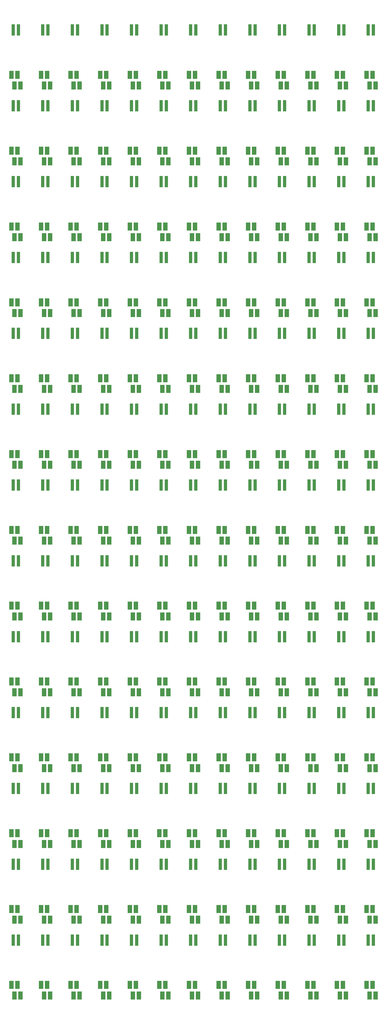
<source format=gts>
G04 #@! TF.FileFunction,Soldermask,Top*
%FSLAX46Y46*%
G04 Gerber Fmt 4.6, Leading zero omitted, Abs format (unit mm)*
G04 Created by KiCad (PCBNEW 4.0.2-4+6225~38~ubuntu14.04.1-stable) date Mon 16 May 2016 16:09:22 BST*
%MOMM*%
G01*
G04 APERTURE LIST*
%ADD10C,0.100000*%
%ADD11R,1.900000X3.400000*%
%ADD12R,1.400000X4.750000*%
G04 APERTURE END LIST*
D10*
D11*
X175000000Y-427750000D03*
X173730000Y-423250000D03*
X172460000Y-427750000D03*
X171190000Y-423250000D03*
D12*
X174100000Y-404325000D03*
X171900000Y-404325000D03*
D11*
X162500000Y-427750000D03*
X161230000Y-423250000D03*
X159960000Y-427750000D03*
X158690000Y-423250000D03*
D12*
X161600000Y-404325000D03*
X159400000Y-404325000D03*
D11*
X150000000Y-427750000D03*
X148730000Y-423250000D03*
X147460000Y-427750000D03*
X146190000Y-423250000D03*
D12*
X149100000Y-404325000D03*
X146900000Y-404325000D03*
D11*
X137500000Y-427750000D03*
X136230000Y-423250000D03*
X134960000Y-427750000D03*
X133690000Y-423250000D03*
D12*
X136600000Y-404325000D03*
X134400000Y-404325000D03*
D11*
X125000000Y-427750000D03*
X123730000Y-423250000D03*
X122460000Y-427750000D03*
X121190000Y-423250000D03*
D12*
X124100000Y-404325000D03*
X121900000Y-404325000D03*
D11*
X112500000Y-427750000D03*
X111230000Y-423250000D03*
X109960000Y-427750000D03*
X108690000Y-423250000D03*
D12*
X111600000Y-404325000D03*
X109400000Y-404325000D03*
D11*
X100000000Y-427750000D03*
X98730000Y-423250000D03*
X97460000Y-427750000D03*
X96190000Y-423250000D03*
D12*
X99100000Y-404325000D03*
X96900000Y-404325000D03*
D11*
X87500000Y-427750000D03*
X86230000Y-423250000D03*
X84960000Y-427750000D03*
X83690000Y-423250000D03*
D12*
X86600000Y-404325000D03*
X84400000Y-404325000D03*
D11*
X75000000Y-427750000D03*
X73730000Y-423250000D03*
X72460000Y-427750000D03*
X71190000Y-423250000D03*
D12*
X74100000Y-404325000D03*
X71900000Y-404325000D03*
D11*
X62500000Y-427750000D03*
X61230000Y-423250000D03*
X59960000Y-427750000D03*
X58690000Y-423250000D03*
D12*
X61600000Y-404325000D03*
X59400000Y-404325000D03*
D11*
X50000000Y-427750000D03*
X48730000Y-423250000D03*
X47460000Y-427750000D03*
X46190000Y-423250000D03*
D12*
X49100000Y-404325000D03*
X46900000Y-404325000D03*
D11*
X37500000Y-427750000D03*
X36230000Y-423250000D03*
X34960000Y-427750000D03*
X33690000Y-423250000D03*
D12*
X36600000Y-404325000D03*
X34400000Y-404325000D03*
D11*
X25000000Y-427750000D03*
X23730000Y-423250000D03*
X22460000Y-427750000D03*
X21190000Y-423250000D03*
D12*
X24100000Y-404325000D03*
X21900000Y-404325000D03*
D11*
X175000000Y-395750000D03*
X173730000Y-391250000D03*
X172460000Y-395750000D03*
X171190000Y-391250000D03*
D12*
X174100000Y-372325000D03*
X171900000Y-372325000D03*
D11*
X162500000Y-395750000D03*
X161230000Y-391250000D03*
X159960000Y-395750000D03*
X158690000Y-391250000D03*
D12*
X161600000Y-372325000D03*
X159400000Y-372325000D03*
D11*
X150000000Y-395750000D03*
X148730000Y-391250000D03*
X147460000Y-395750000D03*
X146190000Y-391250000D03*
D12*
X149100000Y-372325000D03*
X146900000Y-372325000D03*
D11*
X137500000Y-395750000D03*
X136230000Y-391250000D03*
X134960000Y-395750000D03*
X133690000Y-391250000D03*
D12*
X136600000Y-372325000D03*
X134400000Y-372325000D03*
D11*
X125000000Y-395750000D03*
X123730000Y-391250000D03*
X122460000Y-395750000D03*
X121190000Y-391250000D03*
D12*
X124100000Y-372325000D03*
X121900000Y-372325000D03*
D11*
X112500000Y-395750000D03*
X111230000Y-391250000D03*
X109960000Y-395750000D03*
X108690000Y-391250000D03*
D12*
X111600000Y-372325000D03*
X109400000Y-372325000D03*
D11*
X100000000Y-395750000D03*
X98730000Y-391250000D03*
X97460000Y-395750000D03*
X96190000Y-391250000D03*
D12*
X99100000Y-372325000D03*
X96900000Y-372325000D03*
D11*
X87500000Y-395750000D03*
X86230000Y-391250000D03*
X84960000Y-395750000D03*
X83690000Y-391250000D03*
D12*
X86600000Y-372325000D03*
X84400000Y-372325000D03*
D11*
X75000000Y-395750000D03*
X73730000Y-391250000D03*
X72460000Y-395750000D03*
X71190000Y-391250000D03*
D12*
X74100000Y-372325000D03*
X71900000Y-372325000D03*
D11*
X62500000Y-395750000D03*
X61230000Y-391250000D03*
X59960000Y-395750000D03*
X58690000Y-391250000D03*
D12*
X61600000Y-372325000D03*
X59400000Y-372325000D03*
D11*
X50000000Y-395750000D03*
X48730000Y-391250000D03*
X47460000Y-395750000D03*
X46190000Y-391250000D03*
D12*
X49100000Y-372325000D03*
X46900000Y-372325000D03*
D11*
X37500000Y-395750000D03*
X36230000Y-391250000D03*
X34960000Y-395750000D03*
X33690000Y-391250000D03*
D12*
X36600000Y-372325000D03*
X34400000Y-372325000D03*
D11*
X25000000Y-395750000D03*
X23730000Y-391250000D03*
X22460000Y-395750000D03*
X21190000Y-391250000D03*
D12*
X24100000Y-372325000D03*
X21900000Y-372325000D03*
D11*
X175000000Y-363750000D03*
X173730000Y-359250000D03*
X172460000Y-363750000D03*
X171190000Y-359250000D03*
D12*
X174100000Y-340325000D03*
X171900000Y-340325000D03*
D11*
X162500000Y-363750000D03*
X161230000Y-359250000D03*
X159960000Y-363750000D03*
X158690000Y-359250000D03*
D12*
X161600000Y-340325000D03*
X159400000Y-340325000D03*
D11*
X150000000Y-363750000D03*
X148730000Y-359250000D03*
X147460000Y-363750000D03*
X146190000Y-359250000D03*
D12*
X149100000Y-340325000D03*
X146900000Y-340325000D03*
D11*
X137500000Y-363750000D03*
X136230000Y-359250000D03*
X134960000Y-363750000D03*
X133690000Y-359250000D03*
D12*
X136600000Y-340325000D03*
X134400000Y-340325000D03*
D11*
X125000000Y-363750000D03*
X123730000Y-359250000D03*
X122460000Y-363750000D03*
X121190000Y-359250000D03*
D12*
X124100000Y-340325000D03*
X121900000Y-340325000D03*
D11*
X112500000Y-363750000D03*
X111230000Y-359250000D03*
X109960000Y-363750000D03*
X108690000Y-359250000D03*
D12*
X111600000Y-340325000D03*
X109400000Y-340325000D03*
D11*
X100000000Y-363750000D03*
X98730000Y-359250000D03*
X97460000Y-363750000D03*
X96190000Y-359250000D03*
D12*
X99100000Y-340325000D03*
X96900000Y-340325000D03*
D11*
X87500000Y-363750000D03*
X86230000Y-359250000D03*
X84960000Y-363750000D03*
X83690000Y-359250000D03*
D12*
X86600000Y-340325000D03*
X84400000Y-340325000D03*
D11*
X75000000Y-363750000D03*
X73730000Y-359250000D03*
X72460000Y-363750000D03*
X71190000Y-359250000D03*
D12*
X74100000Y-340325000D03*
X71900000Y-340325000D03*
D11*
X62500000Y-363750000D03*
X61230000Y-359250000D03*
X59960000Y-363750000D03*
X58690000Y-359250000D03*
D12*
X61600000Y-340325000D03*
X59400000Y-340325000D03*
D11*
X50000000Y-363750000D03*
X48730000Y-359250000D03*
X47460000Y-363750000D03*
X46190000Y-359250000D03*
D12*
X49100000Y-340325000D03*
X46900000Y-340325000D03*
D11*
X37500000Y-363750000D03*
X36230000Y-359250000D03*
X34960000Y-363750000D03*
X33690000Y-359250000D03*
D12*
X36600000Y-340325000D03*
X34400000Y-340325000D03*
D11*
X25000000Y-363750000D03*
X23730000Y-359250000D03*
X22460000Y-363750000D03*
X21190000Y-359250000D03*
D12*
X24100000Y-340325000D03*
X21900000Y-340325000D03*
D11*
X175000000Y-331750000D03*
X173730000Y-327250000D03*
X172460000Y-331750000D03*
X171190000Y-327250000D03*
D12*
X174100000Y-308325000D03*
X171900000Y-308325000D03*
D11*
X162500000Y-331750000D03*
X161230000Y-327250000D03*
X159960000Y-331750000D03*
X158690000Y-327250000D03*
D12*
X161600000Y-308325000D03*
X159400000Y-308325000D03*
D11*
X150000000Y-331750000D03*
X148730000Y-327250000D03*
X147460000Y-331750000D03*
X146190000Y-327250000D03*
D12*
X149100000Y-308325000D03*
X146900000Y-308325000D03*
D11*
X137500000Y-331750000D03*
X136230000Y-327250000D03*
X134960000Y-331750000D03*
X133690000Y-327250000D03*
D12*
X136600000Y-308325000D03*
X134400000Y-308325000D03*
D11*
X125000000Y-331750000D03*
X123730000Y-327250000D03*
X122460000Y-331750000D03*
X121190000Y-327250000D03*
D12*
X124100000Y-308325000D03*
X121900000Y-308325000D03*
D11*
X112500000Y-331750000D03*
X111230000Y-327250000D03*
X109960000Y-331750000D03*
X108690000Y-327250000D03*
D12*
X111600000Y-308325000D03*
X109400000Y-308325000D03*
D11*
X100000000Y-331750000D03*
X98730000Y-327250000D03*
X97460000Y-331750000D03*
X96190000Y-327250000D03*
D12*
X99100000Y-308325000D03*
X96900000Y-308325000D03*
D11*
X87500000Y-331750000D03*
X86230000Y-327250000D03*
X84960000Y-331750000D03*
X83690000Y-327250000D03*
D12*
X86600000Y-308325000D03*
X84400000Y-308325000D03*
D11*
X75000000Y-331750000D03*
X73730000Y-327250000D03*
X72460000Y-331750000D03*
X71190000Y-327250000D03*
D12*
X74100000Y-308325000D03*
X71900000Y-308325000D03*
D11*
X62500000Y-331750000D03*
X61230000Y-327250000D03*
X59960000Y-331750000D03*
X58690000Y-327250000D03*
D12*
X61600000Y-308325000D03*
X59400000Y-308325000D03*
D11*
X50000000Y-331750000D03*
X48730000Y-327250000D03*
X47460000Y-331750000D03*
X46190000Y-327250000D03*
D12*
X49100000Y-308325000D03*
X46900000Y-308325000D03*
D11*
X37500000Y-331750000D03*
X36230000Y-327250000D03*
X34960000Y-331750000D03*
X33690000Y-327250000D03*
D12*
X36600000Y-308325000D03*
X34400000Y-308325000D03*
D11*
X25000000Y-331750000D03*
X23730000Y-327250000D03*
X22460000Y-331750000D03*
X21190000Y-327250000D03*
D12*
X24100000Y-308325000D03*
X21900000Y-308325000D03*
D11*
X175000000Y-299750000D03*
X173730000Y-295250000D03*
X172460000Y-299750000D03*
X171190000Y-295250000D03*
D12*
X174100000Y-276325000D03*
X171900000Y-276325000D03*
D11*
X162500000Y-299750000D03*
X161230000Y-295250000D03*
X159960000Y-299750000D03*
X158690000Y-295250000D03*
D12*
X161600000Y-276325000D03*
X159400000Y-276325000D03*
D11*
X150000000Y-299750000D03*
X148730000Y-295250000D03*
X147460000Y-299750000D03*
X146190000Y-295250000D03*
D12*
X149100000Y-276325000D03*
X146900000Y-276325000D03*
D11*
X137500000Y-299750000D03*
X136230000Y-295250000D03*
X134960000Y-299750000D03*
X133690000Y-295250000D03*
D12*
X136600000Y-276325000D03*
X134400000Y-276325000D03*
D11*
X125000000Y-299750000D03*
X123730000Y-295250000D03*
X122460000Y-299750000D03*
X121190000Y-295250000D03*
D12*
X124100000Y-276325000D03*
X121900000Y-276325000D03*
D11*
X112500000Y-299750000D03*
X111230000Y-295250000D03*
X109960000Y-299750000D03*
X108690000Y-295250000D03*
D12*
X111600000Y-276325000D03*
X109400000Y-276325000D03*
D11*
X100000000Y-299750000D03*
X98730000Y-295250000D03*
X97460000Y-299750000D03*
X96190000Y-295250000D03*
D12*
X99100000Y-276325000D03*
X96900000Y-276325000D03*
D11*
X87500000Y-299750000D03*
X86230000Y-295250000D03*
X84960000Y-299750000D03*
X83690000Y-295250000D03*
D12*
X86600000Y-276325000D03*
X84400000Y-276325000D03*
D11*
X75000000Y-299750000D03*
X73730000Y-295250000D03*
X72460000Y-299750000D03*
X71190000Y-295250000D03*
D12*
X74100000Y-276325000D03*
X71900000Y-276325000D03*
D11*
X62500000Y-299750000D03*
X61230000Y-295250000D03*
X59960000Y-299750000D03*
X58690000Y-295250000D03*
D12*
X61600000Y-276325000D03*
X59400000Y-276325000D03*
D11*
X50000000Y-299750000D03*
X48730000Y-295250000D03*
X47460000Y-299750000D03*
X46190000Y-295250000D03*
D12*
X49100000Y-276325000D03*
X46900000Y-276325000D03*
D11*
X37500000Y-299750000D03*
X36230000Y-295250000D03*
X34960000Y-299750000D03*
X33690000Y-295250000D03*
D12*
X36600000Y-276325000D03*
X34400000Y-276325000D03*
D11*
X25000000Y-299750000D03*
X23730000Y-295250000D03*
X22460000Y-299750000D03*
X21190000Y-295250000D03*
D12*
X24100000Y-276325000D03*
X21900000Y-276325000D03*
D11*
X175000000Y-267750000D03*
X173730000Y-263250000D03*
X172460000Y-267750000D03*
X171190000Y-263250000D03*
D12*
X174100000Y-244325000D03*
X171900000Y-244325000D03*
D11*
X162500000Y-267750000D03*
X161230000Y-263250000D03*
X159960000Y-267750000D03*
X158690000Y-263250000D03*
D12*
X161600000Y-244325000D03*
X159400000Y-244325000D03*
D11*
X150000000Y-267750000D03*
X148730000Y-263250000D03*
X147460000Y-267750000D03*
X146190000Y-263250000D03*
D12*
X149100000Y-244325000D03*
X146900000Y-244325000D03*
D11*
X137500000Y-267750000D03*
X136230000Y-263250000D03*
X134960000Y-267750000D03*
X133690000Y-263250000D03*
D12*
X136600000Y-244325000D03*
X134400000Y-244325000D03*
D11*
X125000000Y-267750000D03*
X123730000Y-263250000D03*
X122460000Y-267750000D03*
X121190000Y-263250000D03*
D12*
X124100000Y-244325000D03*
X121900000Y-244325000D03*
D11*
X112500000Y-267750000D03*
X111230000Y-263250000D03*
X109960000Y-267750000D03*
X108690000Y-263250000D03*
D12*
X111600000Y-244325000D03*
X109400000Y-244325000D03*
D11*
X100000000Y-267750000D03*
X98730000Y-263250000D03*
X97460000Y-267750000D03*
X96190000Y-263250000D03*
D12*
X99100000Y-244325000D03*
X96900000Y-244325000D03*
D11*
X87500000Y-267750000D03*
X86230000Y-263250000D03*
X84960000Y-267750000D03*
X83690000Y-263250000D03*
D12*
X86600000Y-244325000D03*
X84400000Y-244325000D03*
D11*
X75000000Y-267750000D03*
X73730000Y-263250000D03*
X72460000Y-267750000D03*
X71190000Y-263250000D03*
D12*
X74100000Y-244325000D03*
X71900000Y-244325000D03*
D11*
X62500000Y-267750000D03*
X61230000Y-263250000D03*
X59960000Y-267750000D03*
X58690000Y-263250000D03*
D12*
X61600000Y-244325000D03*
X59400000Y-244325000D03*
D11*
X50000000Y-267750000D03*
X48730000Y-263250000D03*
X47460000Y-267750000D03*
X46190000Y-263250000D03*
D12*
X49100000Y-244325000D03*
X46900000Y-244325000D03*
D11*
X37500000Y-267750000D03*
X36230000Y-263250000D03*
X34960000Y-267750000D03*
X33690000Y-263250000D03*
D12*
X36600000Y-244325000D03*
X34400000Y-244325000D03*
D11*
X25000000Y-267750000D03*
X23730000Y-263250000D03*
X22460000Y-267750000D03*
X21190000Y-263250000D03*
D12*
X24100000Y-244325000D03*
X21900000Y-244325000D03*
D11*
X175000000Y-235750000D03*
X173730000Y-231250000D03*
X172460000Y-235750000D03*
X171190000Y-231250000D03*
D12*
X174100000Y-212325000D03*
X171900000Y-212325000D03*
D11*
X162500000Y-235750000D03*
X161230000Y-231250000D03*
X159960000Y-235750000D03*
X158690000Y-231250000D03*
D12*
X161600000Y-212325000D03*
X159400000Y-212325000D03*
D11*
X150000000Y-235750000D03*
X148730000Y-231250000D03*
X147460000Y-235750000D03*
X146190000Y-231250000D03*
D12*
X149100000Y-212325000D03*
X146900000Y-212325000D03*
D11*
X137500000Y-235750000D03*
X136230000Y-231250000D03*
X134960000Y-235750000D03*
X133690000Y-231250000D03*
D12*
X136600000Y-212325000D03*
X134400000Y-212325000D03*
D11*
X125000000Y-235750000D03*
X123730000Y-231250000D03*
X122460000Y-235750000D03*
X121190000Y-231250000D03*
D12*
X124100000Y-212325000D03*
X121900000Y-212325000D03*
D11*
X112500000Y-235750000D03*
X111230000Y-231250000D03*
X109960000Y-235750000D03*
X108690000Y-231250000D03*
D12*
X111600000Y-212325000D03*
X109400000Y-212325000D03*
D11*
X100000000Y-235750000D03*
X98730000Y-231250000D03*
X97460000Y-235750000D03*
X96190000Y-231250000D03*
D12*
X99100000Y-212325000D03*
X96900000Y-212325000D03*
D11*
X87500000Y-235750000D03*
X86230000Y-231250000D03*
X84960000Y-235750000D03*
X83690000Y-231250000D03*
D12*
X86600000Y-212325000D03*
X84400000Y-212325000D03*
D11*
X75000000Y-235750000D03*
X73730000Y-231250000D03*
X72460000Y-235750000D03*
X71190000Y-231250000D03*
D12*
X74100000Y-212325000D03*
X71900000Y-212325000D03*
D11*
X62500000Y-235750000D03*
X61230000Y-231250000D03*
X59960000Y-235750000D03*
X58690000Y-231250000D03*
D12*
X61600000Y-212325000D03*
X59400000Y-212325000D03*
D11*
X50000000Y-235750000D03*
X48730000Y-231250000D03*
X47460000Y-235750000D03*
X46190000Y-231250000D03*
D12*
X49100000Y-212325000D03*
X46900000Y-212325000D03*
D11*
X37500000Y-235750000D03*
X36230000Y-231250000D03*
X34960000Y-235750000D03*
X33690000Y-231250000D03*
D12*
X36600000Y-212325000D03*
X34400000Y-212325000D03*
D11*
X25000000Y-235750000D03*
X23730000Y-231250000D03*
X22460000Y-235750000D03*
X21190000Y-231250000D03*
D12*
X24100000Y-212325000D03*
X21900000Y-212325000D03*
D11*
X175000000Y-203750000D03*
X173730000Y-199250000D03*
X172460000Y-203750000D03*
X171190000Y-199250000D03*
D12*
X174100000Y-180325000D03*
X171900000Y-180325000D03*
D11*
X162500000Y-203750000D03*
X161230000Y-199250000D03*
X159960000Y-203750000D03*
X158690000Y-199250000D03*
D12*
X161600000Y-180325000D03*
X159400000Y-180325000D03*
D11*
X150000000Y-203750000D03*
X148730000Y-199250000D03*
X147460000Y-203750000D03*
X146190000Y-199250000D03*
D12*
X149100000Y-180325000D03*
X146900000Y-180325000D03*
D11*
X137500000Y-203750000D03*
X136230000Y-199250000D03*
X134960000Y-203750000D03*
X133690000Y-199250000D03*
D12*
X136600000Y-180325000D03*
X134400000Y-180325000D03*
D11*
X125000000Y-203750000D03*
X123730000Y-199250000D03*
X122460000Y-203750000D03*
X121190000Y-199250000D03*
D12*
X124100000Y-180325000D03*
X121900000Y-180325000D03*
D11*
X112500000Y-203750000D03*
X111230000Y-199250000D03*
X109960000Y-203750000D03*
X108690000Y-199250000D03*
D12*
X111600000Y-180325000D03*
X109400000Y-180325000D03*
D11*
X100000000Y-203750000D03*
X98730000Y-199250000D03*
X97460000Y-203750000D03*
X96190000Y-199250000D03*
D12*
X99100000Y-180325000D03*
X96900000Y-180325000D03*
D11*
X87500000Y-203750000D03*
X86230000Y-199250000D03*
X84960000Y-203750000D03*
X83690000Y-199250000D03*
D12*
X86600000Y-180325000D03*
X84400000Y-180325000D03*
D11*
X75000000Y-203750000D03*
X73730000Y-199250000D03*
X72460000Y-203750000D03*
X71190000Y-199250000D03*
D12*
X74100000Y-180325000D03*
X71900000Y-180325000D03*
D11*
X62500000Y-203750000D03*
X61230000Y-199250000D03*
X59960000Y-203750000D03*
X58690000Y-199250000D03*
D12*
X61600000Y-180325000D03*
X59400000Y-180325000D03*
D11*
X50000000Y-203750000D03*
X48730000Y-199250000D03*
X47460000Y-203750000D03*
X46190000Y-199250000D03*
D12*
X49100000Y-180325000D03*
X46900000Y-180325000D03*
D11*
X37500000Y-203750000D03*
X36230000Y-199250000D03*
X34960000Y-203750000D03*
X33690000Y-199250000D03*
D12*
X36600000Y-180325000D03*
X34400000Y-180325000D03*
D11*
X25000000Y-203750000D03*
X23730000Y-199250000D03*
X22460000Y-203750000D03*
X21190000Y-199250000D03*
D12*
X24100000Y-180325000D03*
X21900000Y-180325000D03*
D11*
X175000000Y-171750000D03*
X173730000Y-167250000D03*
X172460000Y-171750000D03*
X171190000Y-167250000D03*
D12*
X174100000Y-148325000D03*
X171900000Y-148325000D03*
D11*
X162500000Y-171750000D03*
X161230000Y-167250000D03*
X159960000Y-171750000D03*
X158690000Y-167250000D03*
D12*
X161600000Y-148325000D03*
X159400000Y-148325000D03*
D11*
X150000000Y-171750000D03*
X148730000Y-167250000D03*
X147460000Y-171750000D03*
X146190000Y-167250000D03*
D12*
X149100000Y-148325000D03*
X146900000Y-148325000D03*
D11*
X137500000Y-171750000D03*
X136230000Y-167250000D03*
X134960000Y-171750000D03*
X133690000Y-167250000D03*
D12*
X136600000Y-148325000D03*
X134400000Y-148325000D03*
D11*
X125000000Y-171750000D03*
X123730000Y-167250000D03*
X122460000Y-171750000D03*
X121190000Y-167250000D03*
D12*
X124100000Y-148325000D03*
X121900000Y-148325000D03*
D11*
X112500000Y-171750000D03*
X111230000Y-167250000D03*
X109960000Y-171750000D03*
X108690000Y-167250000D03*
D12*
X111600000Y-148325000D03*
X109400000Y-148325000D03*
D11*
X100000000Y-171750000D03*
X98730000Y-167250000D03*
X97460000Y-171750000D03*
X96190000Y-167250000D03*
D12*
X99100000Y-148325000D03*
X96900000Y-148325000D03*
D11*
X87500000Y-171750000D03*
X86230000Y-167250000D03*
X84960000Y-171750000D03*
X83690000Y-167250000D03*
D12*
X86600000Y-148325000D03*
X84400000Y-148325000D03*
D11*
X75000000Y-171750000D03*
X73730000Y-167250000D03*
X72460000Y-171750000D03*
X71190000Y-167250000D03*
D12*
X74100000Y-148325000D03*
X71900000Y-148325000D03*
D11*
X62500000Y-171750000D03*
X61230000Y-167250000D03*
X59960000Y-171750000D03*
X58690000Y-167250000D03*
D12*
X61600000Y-148325000D03*
X59400000Y-148325000D03*
D11*
X50000000Y-171750000D03*
X48730000Y-167250000D03*
X47460000Y-171750000D03*
X46190000Y-167250000D03*
D12*
X49100000Y-148325000D03*
X46900000Y-148325000D03*
D11*
X37500000Y-171750000D03*
X36230000Y-167250000D03*
X34960000Y-171750000D03*
X33690000Y-167250000D03*
D12*
X36600000Y-148325000D03*
X34400000Y-148325000D03*
D11*
X25000000Y-171750000D03*
X23730000Y-167250000D03*
X22460000Y-171750000D03*
X21190000Y-167250000D03*
D12*
X24100000Y-148325000D03*
X21900000Y-148325000D03*
D11*
X175000000Y-139750000D03*
X173730000Y-135250000D03*
X172460000Y-139750000D03*
X171190000Y-135250000D03*
D12*
X174100000Y-116325000D03*
X171900000Y-116325000D03*
D11*
X162500000Y-139750000D03*
X161230000Y-135250000D03*
X159960000Y-139750000D03*
X158690000Y-135250000D03*
D12*
X161600000Y-116325000D03*
X159400000Y-116325000D03*
D11*
X150000000Y-139750000D03*
X148730000Y-135250000D03*
X147460000Y-139750000D03*
X146190000Y-135250000D03*
D12*
X149100000Y-116325000D03*
X146900000Y-116325000D03*
D11*
X137500000Y-139750000D03*
X136230000Y-135250000D03*
X134960000Y-139750000D03*
X133690000Y-135250000D03*
D12*
X136600000Y-116325000D03*
X134400000Y-116325000D03*
D11*
X125000000Y-139750000D03*
X123730000Y-135250000D03*
X122460000Y-139750000D03*
X121190000Y-135250000D03*
D12*
X124100000Y-116325000D03*
X121900000Y-116325000D03*
D11*
X112500000Y-139750000D03*
X111230000Y-135250000D03*
X109960000Y-139750000D03*
X108690000Y-135250000D03*
D12*
X111600000Y-116325000D03*
X109400000Y-116325000D03*
D11*
X100000000Y-139750000D03*
X98730000Y-135250000D03*
X97460000Y-139750000D03*
X96190000Y-135250000D03*
D12*
X99100000Y-116325000D03*
X96900000Y-116325000D03*
D11*
X87500000Y-139750000D03*
X86230000Y-135250000D03*
X84960000Y-139750000D03*
X83690000Y-135250000D03*
D12*
X86600000Y-116325000D03*
X84400000Y-116325000D03*
D11*
X75000000Y-139750000D03*
X73730000Y-135250000D03*
X72460000Y-139750000D03*
X71190000Y-135250000D03*
D12*
X74100000Y-116325000D03*
X71900000Y-116325000D03*
D11*
X62500000Y-139750000D03*
X61230000Y-135250000D03*
X59960000Y-139750000D03*
X58690000Y-135250000D03*
D12*
X61600000Y-116325000D03*
X59400000Y-116325000D03*
D11*
X50000000Y-139750000D03*
X48730000Y-135250000D03*
X47460000Y-139750000D03*
X46190000Y-135250000D03*
D12*
X49100000Y-116325000D03*
X46900000Y-116325000D03*
D11*
X37500000Y-139750000D03*
X36230000Y-135250000D03*
X34960000Y-139750000D03*
X33690000Y-135250000D03*
D12*
X36600000Y-116325000D03*
X34400000Y-116325000D03*
D11*
X25000000Y-139750000D03*
X23730000Y-135250000D03*
X22460000Y-139750000D03*
X21190000Y-135250000D03*
D12*
X24100000Y-116325000D03*
X21900000Y-116325000D03*
D11*
X175000000Y-107750000D03*
X173730000Y-103250000D03*
X172460000Y-107750000D03*
X171190000Y-103250000D03*
D12*
X174100000Y-84325000D03*
X171900000Y-84325000D03*
D11*
X162500000Y-107750000D03*
X161230000Y-103250000D03*
X159960000Y-107750000D03*
X158690000Y-103250000D03*
D12*
X161600000Y-84325000D03*
X159400000Y-84325000D03*
D11*
X150000000Y-107750000D03*
X148730000Y-103250000D03*
X147460000Y-107750000D03*
X146190000Y-103250000D03*
D12*
X149100000Y-84325000D03*
X146900000Y-84325000D03*
D11*
X137500000Y-107750000D03*
X136230000Y-103250000D03*
X134960000Y-107750000D03*
X133690000Y-103250000D03*
D12*
X136600000Y-84325000D03*
X134400000Y-84325000D03*
D11*
X125000000Y-107750000D03*
X123730000Y-103250000D03*
X122460000Y-107750000D03*
X121190000Y-103250000D03*
D12*
X124100000Y-84325000D03*
X121900000Y-84325000D03*
D11*
X112500000Y-107750000D03*
X111230000Y-103250000D03*
X109960000Y-107750000D03*
X108690000Y-103250000D03*
D12*
X111600000Y-84325000D03*
X109400000Y-84325000D03*
D11*
X100000000Y-107750000D03*
X98730000Y-103250000D03*
X97460000Y-107750000D03*
X96190000Y-103250000D03*
D12*
X99100000Y-84325000D03*
X96900000Y-84325000D03*
D11*
X87500000Y-107750000D03*
X86230000Y-103250000D03*
X84960000Y-107750000D03*
X83690000Y-103250000D03*
D12*
X86600000Y-84325000D03*
X84400000Y-84325000D03*
D11*
X75000000Y-107750000D03*
X73730000Y-103250000D03*
X72460000Y-107750000D03*
X71190000Y-103250000D03*
D12*
X74100000Y-84325000D03*
X71900000Y-84325000D03*
D11*
X62500000Y-107750000D03*
X61230000Y-103250000D03*
X59960000Y-107750000D03*
X58690000Y-103250000D03*
D12*
X61600000Y-84325000D03*
X59400000Y-84325000D03*
D11*
X50000000Y-107750000D03*
X48730000Y-103250000D03*
X47460000Y-107750000D03*
X46190000Y-103250000D03*
D12*
X49100000Y-84325000D03*
X46900000Y-84325000D03*
D11*
X37500000Y-107750000D03*
X36230000Y-103250000D03*
X34960000Y-107750000D03*
X33690000Y-103250000D03*
D12*
X36600000Y-84325000D03*
X34400000Y-84325000D03*
D11*
X25000000Y-107750000D03*
X23730000Y-103250000D03*
X22460000Y-107750000D03*
X21190000Y-103250000D03*
D12*
X24100000Y-84325000D03*
X21900000Y-84325000D03*
D11*
X175000000Y-75750000D03*
X173730000Y-71250000D03*
X172460000Y-75750000D03*
X171190000Y-71250000D03*
D12*
X174100000Y-52325000D03*
X171900000Y-52325000D03*
D11*
X162500000Y-75750000D03*
X161230000Y-71250000D03*
X159960000Y-75750000D03*
X158690000Y-71250000D03*
D12*
X161600000Y-52325000D03*
X159400000Y-52325000D03*
D11*
X150000000Y-75750000D03*
X148730000Y-71250000D03*
X147460000Y-75750000D03*
X146190000Y-71250000D03*
D12*
X149100000Y-52325000D03*
X146900000Y-52325000D03*
D11*
X137500000Y-75750000D03*
X136230000Y-71250000D03*
X134960000Y-75750000D03*
X133690000Y-71250000D03*
D12*
X136600000Y-52325000D03*
X134400000Y-52325000D03*
D11*
X125000000Y-75750000D03*
X123730000Y-71250000D03*
X122460000Y-75750000D03*
X121190000Y-71250000D03*
D12*
X124100000Y-52325000D03*
X121900000Y-52325000D03*
D11*
X112500000Y-75750000D03*
X111230000Y-71250000D03*
X109960000Y-75750000D03*
X108690000Y-71250000D03*
D12*
X111600000Y-52325000D03*
X109400000Y-52325000D03*
D11*
X100000000Y-75750000D03*
X98730000Y-71250000D03*
X97460000Y-75750000D03*
X96190000Y-71250000D03*
D12*
X99100000Y-52325000D03*
X96900000Y-52325000D03*
D11*
X87500000Y-75750000D03*
X86230000Y-71250000D03*
X84960000Y-75750000D03*
X83690000Y-71250000D03*
D12*
X86600000Y-52325000D03*
X84400000Y-52325000D03*
D11*
X75000000Y-75750000D03*
X73730000Y-71250000D03*
X72460000Y-75750000D03*
X71190000Y-71250000D03*
D12*
X74100000Y-52325000D03*
X71900000Y-52325000D03*
D11*
X62500000Y-75750000D03*
X61230000Y-71250000D03*
X59960000Y-75750000D03*
X58690000Y-71250000D03*
D12*
X61600000Y-52325000D03*
X59400000Y-52325000D03*
D11*
X50000000Y-75750000D03*
X48730000Y-71250000D03*
X47460000Y-75750000D03*
X46190000Y-71250000D03*
D12*
X49100000Y-52325000D03*
X46900000Y-52325000D03*
D11*
X37500000Y-75750000D03*
X36230000Y-71250000D03*
X34960000Y-75750000D03*
X33690000Y-71250000D03*
D12*
X36600000Y-52325000D03*
X34400000Y-52325000D03*
D11*
X25000000Y-75750000D03*
X23730000Y-71250000D03*
X22460000Y-75750000D03*
X21190000Y-71250000D03*
D12*
X24100000Y-52325000D03*
X21900000Y-52325000D03*
D11*
X175000000Y-43750000D03*
X173730000Y-39250000D03*
X172460000Y-43750000D03*
X171190000Y-39250000D03*
D12*
X174100000Y-20325000D03*
X171900000Y-20325000D03*
D11*
X162500000Y-43750000D03*
X161230000Y-39250000D03*
X159960000Y-43750000D03*
X158690000Y-39250000D03*
D12*
X161600000Y-20325000D03*
X159400000Y-20325000D03*
D11*
X150000000Y-43750000D03*
X148730000Y-39250000D03*
X147460000Y-43750000D03*
X146190000Y-39250000D03*
D12*
X149100000Y-20325000D03*
X146900000Y-20325000D03*
D11*
X137500000Y-43750000D03*
X136230000Y-39250000D03*
X134960000Y-43750000D03*
X133690000Y-39250000D03*
D12*
X136600000Y-20325000D03*
X134400000Y-20325000D03*
D11*
X125000000Y-43750000D03*
X123730000Y-39250000D03*
X122460000Y-43750000D03*
X121190000Y-39250000D03*
D12*
X124100000Y-20325000D03*
X121900000Y-20325000D03*
D11*
X112500000Y-43750000D03*
X111230000Y-39250000D03*
X109960000Y-43750000D03*
X108690000Y-39250000D03*
D12*
X111600000Y-20325000D03*
X109400000Y-20325000D03*
D11*
X100000000Y-43750000D03*
X98730000Y-39250000D03*
X97460000Y-43750000D03*
X96190000Y-39250000D03*
D12*
X99100000Y-20325000D03*
X96900000Y-20325000D03*
D11*
X87500000Y-43750000D03*
X86230000Y-39250000D03*
X84960000Y-43750000D03*
X83690000Y-39250000D03*
D12*
X86600000Y-20325000D03*
X84400000Y-20325000D03*
D11*
X75000000Y-43750000D03*
X73730000Y-39250000D03*
X72460000Y-43750000D03*
X71190000Y-39250000D03*
D12*
X74100000Y-20325000D03*
X71900000Y-20325000D03*
D11*
X62500000Y-43750000D03*
X61230000Y-39250000D03*
X59960000Y-43750000D03*
X58690000Y-39250000D03*
D12*
X61600000Y-20325000D03*
X59400000Y-20325000D03*
D11*
X50000000Y-43750000D03*
X48730000Y-39250000D03*
X47460000Y-43750000D03*
X46190000Y-39250000D03*
D12*
X49100000Y-20325000D03*
X46900000Y-20325000D03*
D11*
X37500000Y-43750000D03*
X36230000Y-39250000D03*
X34960000Y-43750000D03*
X33690000Y-39250000D03*
D12*
X36600000Y-20325000D03*
X34400000Y-20325000D03*
D11*
X25000000Y-43750000D03*
X23730000Y-39250000D03*
X22460000Y-43750000D03*
X21190000Y-39250000D03*
D12*
X24100000Y-20325000D03*
X21900000Y-20325000D03*
M02*

</source>
